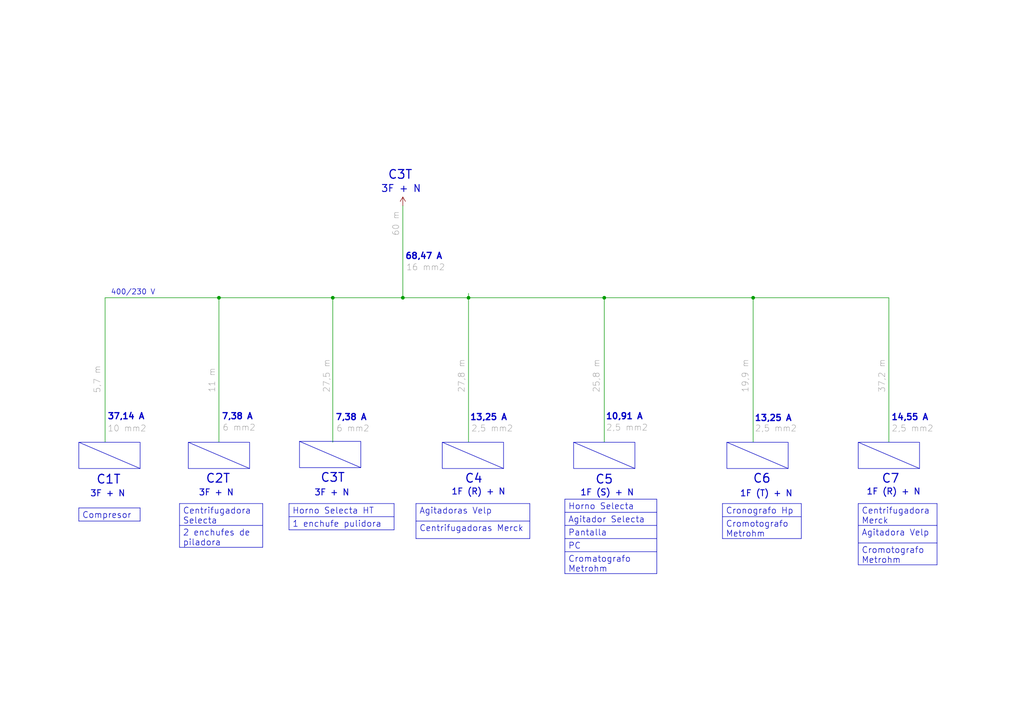
<source format=kicad_sch>
(kicad_sch (version 20250114) (generator "eeschema") (generator_version "9.0")
  (paper "A4")
  (title_block (title "Proyecto Sistemas Electricos (Trabajo 1)") (date "2025-09-24"))
  (lib_symbols
    (symbol "power:+1V35" (power) (pin_numbers (hide yes)) (pin_names (offset 0) (hide yes))
      (property "Value" "+1V35" (at 0 3.556 0))
      (symbol "+1V35_0_1"
        (polyline (pts (xy -0.762 1.27) (xy 0 2.54)))
        (polyline (pts (xy 0 2.54) (xy 0.762 1.27)))
        (polyline (pts (xy 0 0) (xy 0 2.54)))
      )
      (symbol "+1V35_1_1"
        (pin power_in line (at 0 0 90) (length 0) (name "~") (number "1"))
      )
    )
  )
  (rectangle (start 210.82 128.27) (end 228.6 135.89))
  (rectangle (start 166.37 128.27) (end 184.15 135.89))
  (rectangle (start 86.868 128.016) (end 104.648 135.636))
  (bezier (pts (xy 40.64 135.89) (xy 40.64 135.89) (xy 22.86 128.27) (xy 22.86 128.27)))
  (bezier (pts (xy 184.15 135.89) (xy 184.15 135.89) (xy 166.37 128.27) (xy 166.37 128.27)))
  (rectangle (start 54.61 128.27) (end 72.39 135.89))
  (rectangle (start 22.86 128.27) (end 40.64 135.89))
  (bezier (pts (xy 228.6 135.89) (xy 228.6 135.89) (xy 210.82 128.27) (xy 210.82 128.27)))
  (bezier (pts (xy 266.7 135.89) (xy 266.7 135.89) (xy 248.92 128.27) (xy 248.92 128.27)))
  (bezier (pts (xy 146.05 135.89) (xy 146.05 135.89) (xy 128.27 128.27) (xy 128.27 128.27)))
  (rectangle (start 128.27 128.27) (end 146.05 135.89))
  (bezier (pts (xy 72.39 135.89) (xy 72.39 135.89) (xy 54.61 128.27) (xy 54.61 128.27)))
  (rectangle (start 248.92 128.27) (end 266.7 135.89))
  (bezier (pts (xy 104.648 135.636) (xy 104.648 135.636) (xy 86.868 128.016) (xy 86.868 128.016)))
  (text "2,5 mm2" (at 225.044 124.46 0) (effects (font (size 1.778 1.778) (thickness 0.0953))))
  (text "2,5 mm2" (at 142.748 124.46 0) (effects (font (size 1.778 1.778) (thickness 0.0953))))
  (text "C6\n" (at 220.98 138.938 0) (effects (font (size 2.54 2.54) (thickness 0.3175))))
  (text "1F (S) + N " (at 176.784 143.002 0) (effects (font (size 1.778 1.778) (thickness 0.254) (bold yes))))
  (text "37,2 m" (at 255.778 109.22 90) (effects (font (size 1.778 1.778) (thickness 0.0953))))
  (text "16 mm2" (at 123.444 77.724 0) (effects (font (size 1.778 1.778) (thickness 0.0953))))
  (text "C5" (at 175.26 139.192 0) (effects (font (size 2.54 2.54) (thickness 0.3175))))
  (text "C4\n" (at 137.414 138.938 0) (effects (font (size 2.54 2.54) (thickness 0.3175))))
  (text "C3T" (at 116.078 50.8 0) (effects (font (size 2.54 2.54) (thickness 0.3175))))
  (text "3F + N" (at 116.332 54.864 0) (effects (font (size 2.032 2.032) (thickness 0.254) (bold yes))))
  (text "C1T" (at 31.496 139.192 0) (effects (font (size 2.54 2.54) (thickness 0.3175))))
  (text "C2T" (at 63.246 138.938 0) (effects (font (size 2.54 2.54) (thickness 0.3175))))
  (text "2,5 mm2" (at 181.864 124.206 0) (effects (font (size 1.778 1.778) (thickness 0.0953))))
  (text "7,38 A" (at 101.854 121.158 0) (effects (font (size 1.778 1.778) (thickness 0.3556) (bold yes))))
  (text "27,5 m" (at 94.742 109.22 90) (effects (font (size 1.778 1.778) (thickness 0.0953))))
  (text "3F + N" (at 31.242 143.256 0) (effects (font (size 1.778 1.778) (thickness 0.254))))
  (text "10 mm2" (at 36.83 124.46 0) (effects (font (size 1.778 1.778) (thickness 0.0953))))
  (text "1F (R) + N " (at 259.842 142.748 0) (effects (font (size 1.778 1.778) (thickness 0.254) (bold yes))))
  (text "19,9 m" (at 216.154 109.22 90) (effects (font (size 1.778 1.778) (thickness 0.0953))))
  (text "27,8 m" (at 133.858 109.22 90) (effects (font (size 1.778 1.778) (thickness 0.0953))))
  (text "7,38 A" (at 68.834 120.904 0) (effects (font (size 1.778 1.778) (thickness 0.3556) (bold yes))))
  (text "400/230 V\n" (at 38.608 84.836 0) (effects (font (size 1.524 1.524))))
  (text "11 m" (at 61.468 110.49 90) (effects (font (size 1.778 1.778) (thickness 0.0953))))
  (text "3F + N" (at 62.738 143.002 0) (effects (font (size 1.778 1.778) (thickness 0.254))))
  (text "1F (T) + N" (at 222.25 143.256 0) (effects (font (size 1.778 1.778) (thickness 0.254) (bold yes))))
  (text "C7\n" (at 258.318 138.938 0) (effects (font (size 2.54 2.54) (thickness 0.3175))))
  (text "3F + N" (at 96.266 143.002 0) (effects (font (size 1.778 1.778) (thickness 0.254))))
  (text "5,7 m" (at 28.194 110.236 90) (effects (font (size 1.778 1.778) (thickness 0.0953))))
  (text "6 mm2" (at 69.342 124.206 0) (effects (font (size 1.778 1.778) (thickness 0.0953))))
  (text "37,14 A" (at 36.576 120.904 0) (effects (font (size 1.778 1.778) (thickness 0.3556) (bold yes))))
  (text "1F (R) + N " (at 139.446 142.748 0) (effects (font (size 1.778 1.778) (thickness 0.254) (bold yes))))
  (text "2,5 mm2" (at 264.668 124.46 0) (effects (font (size 1.778 1.778) (thickness 0.0953))))
  (text "68,47 A" (at 122.936 74.422 0) (effects (font (size 1.778 1.778) (thickness 0.3556) (bold yes))))
  (text "14,55 A" (at 263.906 121.158 0) (effects (font (size 1.778 1.778) (thickness 0.3556) (bold yes))))
  (text "C3T" (at 96.52 138.684 0) (effects (font (size 2.54 2.54) (thickness 0.3175))))
  (text "13,25 A" (at 141.732 121.158 0) (effects (font (size 1.778 1.778) (thickness 0.3556) (bold yes))))
  (text "60 m" (at 114.808 65.024 90) (effects (font (size 1.778 1.778) (thickness 0.0953))))
  (text "10,91 A" (at 181.102 120.904 0) (effects (font (size 1.778 1.778) (thickness 0.3556) (bold yes))))
  (text "25,8 m" (at 172.974 109.22 90) (effects (font (size 1.778 1.778) (thickness 0.0953))))
  (text "13,25 A" (at 224.282 121.412 0) (effects (font (size 1.778 1.778) (thickness 0.3556) (bold yes))))
  (text "6 mm2" (at 102.362 124.46 0) (effects (font (size 1.778 1.778) (thickness 0.0953))))
  (junction (at 63.5 86.36))
  (junction (at 218.44 86.36))
  (junction (at 96.52 86.36))
  (junction (at 116.84 86.36))
  (junction (at 135.89 86.36))
  (junction (at 175.26 86.36))
  (wire (pts (xy 116.84 86.36) (xy 135.89 86.36)))
  (wire (pts (xy 96.52 86.36) (xy 116.84 86.36)))
  (wire (pts (xy 96.52 86.36) (xy 96.52 128.27)))
  (wire (pts (xy 135.89 86.36) (xy 135.89 128.27)))
  (wire (pts (xy 218.44 86.36) (xy 218.44 128.27)))
  (wire (pts (xy 63.5 86.36) (xy 96.52 86.36)))
  (wire (pts (xy 30.48 86.36) (xy 30.48 128.27)))
  (wire (pts (xy 135.89 86.36) (xy 175.26 86.36)))
  (wire (pts (xy 175.26 86.36) (xy 175.26 128.27)))
  (wire (pts (xy 175.26 86.36) (xy 218.44 86.36)))
  (wire (pts (xy 257.81 86.36) (xy 257.81 128.27)))
  (wire (pts (xy 218.44 86.36) (xy 257.81 86.36)))
  (wire (pts (xy 63.5 86.36) (xy 63.5 128.27)))
  (wire (pts (xy 135.89 85.09) (xy 135.89 86.36)))
  (wire (pts (xy 63.5 86.36) (xy 30.48 86.36)))
  (wire (pts (xy 116.84 59.69) (xy 116.84 86.36)))
  (table (column_count 1) (border (external yes) (header yes)) (separators (rows yes) (cols yes)) (column_widths 22.86) (row_heights 3.81 6.35) (cells (table_cell "Cronografo Hp" (at 209.55 146.05 0) (size 22.86 3.81) (margins 0.9525 0.9525 0.9525 0.9525) (span 1 1)) (table_cell "Cromotografo Metrohm" (at 209.55 149.86 0) (size 22.86 6.35) (margins 0.9525 0.9525 0.9525 0.9525) (span 1 1))))
  (table (column_count 1) (border (external yes) (header yes)) (separators (rows yes) (cols yes)) (column_widths 33.02) (row_heights 5.08 5.08) (cells (table_cell "Agitadoras Velp" (at 120.65 146.05 0) (size 33.02 5.08) (margins 0.9525 0.9525 0.9525 0.9525) (span 1 1)) (table_cell "Centrifugadoras Merck" (at 120.65 151.13 0) (size 33.02 5.08) (margins 0.9525 0.9525 0.9525 0.9525) (span 1 1))))
  (table (column_count 1) (border (external yes) (header yes)) (separators (rows yes) (cols yes)) (column_widths 24.13) (row_heights 6.35 6.35) (cells (table_cell "Centrifugadora Selecta" (at 52.07 146.05 0) (size 24.13 6.35) (margins 0.9525 0.9525 0.9525 0.9525) (span 1 1)) (table_cell "2 enchufes de piladora" (at 52.07 152.4 0) (size 24.13 6.35) (margins 0.9525 0.9525 0.9525 0.9525) (span 1 1))))
  (table (column_count 1) (border (external yes) (header yes)) (separators (rows yes) (cols yes)) (column_widths 26.67) (row_heights 3.81 3.81 3.81 3.81 6.35) (cells (table_cell "Horno Selecta" (at 163.83 144.78 0) (size 26.67 3.81) (margins 0.9525 0.9525 0.9525 0.9525) (span 1 1)) (table_cell "Agitador Selecta" (at 163.83 148.59 0) (size 26.67 3.81) (margins 0.9525 0.9525 0.9525 0.9525) (span 1 1)) (table_cell "Pantalla" (at 163.83 152.4 0) (size 26.67 3.81) (margins 0.9525 0.9525 0.9525 0.9525) (span 1 1)) (table_cell "PC" (at 163.83 156.21 0) (size 26.67 3.81) (margins 0.9525 0.9525 0.9525 0.9525) (span 1 1)) (table_cell "Cromatografo Metrohm" (at 163.83 160.02 0) (size 26.67 6.35) (margins 0.9525 0.9525 0.9525 0.9525) (span 1 1))))
  (table (column_count 1) (border (external yes) (header yes)) (separators (rows yes) (cols yes)) (column_widths 30.48) (row_heights 3.81 3.81) (cells (table_cell "Horno Selecta HT" (at 83.82 146.05 0) (size 30.48 3.81) (margins 0.9525 0.9525 0.9525 0.9525) (span 1 1)) (table_cell "1 enchufe pulidora" (at 83.82 149.86 0) (size 30.48 3.81) (margins 0.9525 0.9525 0.9525 0.9525) (span 1 1))))
  (table (column_count 1) (border (external yes) (header yes)) (separators (rows yes) (cols yes)) (column_widths 22.86) (row_heights 6.35 5.08 6.35) (cells (table_cell "Centrifugadora Merck" (at 248.92 146.05 0) (size 22.86 6.35) (margins 0.9525 0.9525 0.9525 0.9525) (span 1 1)) (table_cell "Agitadora Velp" (at 248.92 152.4 0) (size 22.86 5.08) (margins 0.9525 0.9525 0.9525 0.9525) (span 1 1)) (table_cell "Cromotografo Metrohm" (at 248.92 157.48 0) (size 22.86 6.35) (margins 0.9525 0.9525 0.9525 0.9525) (span 1 1))))
  (table (column_count 1) (border (external yes) (header yes)) (separators (rows yes) (cols yes)) (column_widths 17.78) (row_heights 3.81) (cells (table_cell "Compresor" (at 22.86 147.32 0) (size 17.78 3.81) (margins 0.9525 0.9525 0.9525 0.9525) (span 1 1))))
  (symbol (lib_id "power:+1V35") (at 116.84 59.69 0) (unit 1)
    (property "Reference" "#PWR01" (effects (hide yes)))
    (property "Value" "C3" (effects (hide yes)))
    (property "Description" "Power symbol creates a global label with name \"+1V35\"" (effects (hide yes)))
  )
)
</source>
